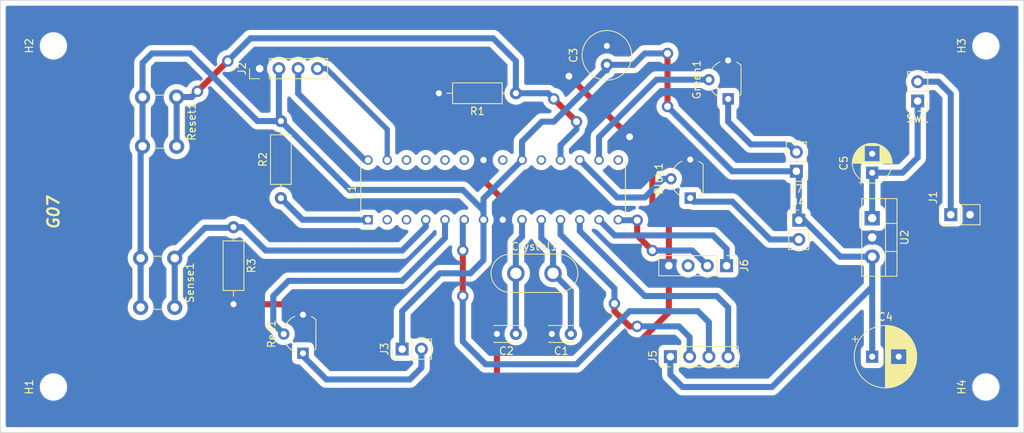
<source format=kicad_pcb>
(kicad_pcb (version 20211014) (generator pcbnew)
  (title_block (title "ColorVUE") (date "07/01/2023") (rev "20/02/2023") (company "Group 07"))
  (layers (0 "F.Cu" signal) (31 "B.Cu" signal) (34 "B.Paste" user) (35 "F.Paste" user) (36 "B.SilkS" user "B.Silkscreen") (37 "F.SilkS" user "F.Silkscreen") (38 "B.Mask" user) (39 "F.Mask" user) (44 "Edge.Cuts" user))
  (net 0 "")
  (net 1 "Net-(Blue1-Pad1)")
  (net 2 "D11")
  (net 3 "GND")
  (net 4 "Net-(C1-Pad1)")
  (net 5 "Net-(C2-Pad1)")
  (net 6 "VCC")
  (net 7 "Net-(C5-Pad1)")
  (net 8 "Net-(Green1-Pad1)")
  (net 9 "D10")
  (net 10 "Net-(J1-Pad1)")
  (net 11 "A5")
  (net 12 "A4")
  (net 13 "Net-(J3-Pad2)")
  (net 14 "D5")
  (net 15 "D4")
  (net 16 "D6")
  (net 17 "D7")
  (net 18 "D8")
  (net 20 "D12")
  (net 21 "Net-(R2-Pad1)")
  (net 22 "D2")
  (net 23 "D3")
  (footprint "Connector_PinHeader_2.54mm:PinHeader_1x02_P2.54mm_Vertical" (layer "F.Cu") (at 201.9 81.27 180)
    (fp_text reference "SW1" (at 0 -2.33) (layer "F.SilkS"))
    (fp_text value "SW_DPST_x2")
    (pad "1" thru_hole rect (at 0 0 180) (size 1.7 1.7) (drill 1) (layers *.Cu *.Mask) (net 7 "Net-(C5-Pad1)"))
    (pad "2" thru_hole oval (at 0 2.54 180) (size 1.7 1.7) (drill 1) (layers *.Cu *.Mask) (net 10 "Net-(J1-Pad1)"))
  )
  (footprint "Connector_PinHeader_2.54mm:PinHeader_1x02_P2.54mm_Vertical" (layer "F.Cu") (at 186.2175 97)
    (fp_text reference "J4" (at 0 -2.33) (layer "F.SilkS"))
    (fp_text value "Blue Vibrator")
    (pad "1" thru_hole rect (at 0 0) (size 1.7 1.7) (drill 1) (layers *.Cu *.Mask) (net 6 "VCC"))
    (pad "2" thru_hole oval (at 0 2.54) (size 1.7 1.7) (drill 1) (layers *.Cu *.Mask) (net 1 "Net-(Blue1-Pad1)"))
  )
  (footprint "MountingHole:MountingHole_2.2mm_M2" (layer "F.Cu") (at 87.9 74 90)
    (fp_text reference "H2" (at 0 -3.2 90) (layer "F.SilkS"))
    (fp_text value "MountingHole")
    (pad "" np_thru_hole circle (at 0 0 90) (size 2.2 2.2) (drill 2.2) (layers *.Cu *.Mask))
  )
  (footprint "Button_Switch_THT:SW_PUSH_6mm" (layer "F.Cu") (at 104.15 80.75 -90)
    (fp_text reference "Reset1" (at 3.25 -2 -270) (layer "F.SilkS"))
    (fp_text value "SW_Push")
    (pad "1" thru_hole circle (at 6.5 0) (size 2 2) (drill 1.1) (layers *.Cu *.Mask) (net 20 "D12"))
    (pad "1" thru_hole circle (at 0 0) (size 2 2) (drill 1.1) (layers *.Cu *.Mask) (net 20 "D12"))
    (pad "2" thru_hole circle (at 0 4.5) (size 2 2) (drill 1.1) (layers *.Cu *.Mask) (net 6 "VCC"))
    (pad "2" thru_hole circle (at 6.5 4.5) (size 2 2) (drill 1.1) (layers *.Cu *.Mask) (net 6 "VCC"))
  )
  (footprint "Connector_PinHeader_2.54mm:PinHeader_1x02_P2.54mm_Vertical" (layer "F.Cu") (at 206.265 96.27 90)
    (fp_text reference "J1" (at 2.27 -2.33 90) (layer "F.SilkS"))
    (fp_text value "Power In")
    (pad "1" thru_hole rect (at 0 0 90) (size 1.7 1.7) (drill 1) (layers *.Cu *.Mask) (net 10 "Net-(J1-Pad1)"))
    (pad "2" thru_hole oval (at 0 2.54 90) (size 1.7 1.7) (drill 1) (layers *.Cu *.Mask) (net 3 "GND"))
  )
  (footprint "MountingHole:MountingHole_2.2mm_M2" (layer "F.Cu") (at 210.9 74 90)
    (fp_text reference "H3" (at 0 -3.2 90) (layer "F.SilkS"))
    (fp_text value "MountingHole")
    (pad "" np_thru_hole circle (at 0 0 90) (size 2.2 2.2) (drill 2.2) (layers *.Cu *.Mask))
  )
  (footprint "Package_TO_SOT_THT:TO-92L_Wide" (layer "F.Cu") (at 120.82 114.55 90)
    (fp_text reference "Red1" (at 2.55 -4.15 90) (layer "F.SilkS"))
    (fp_text value "BC337")
    (pad "1" thru_hole rect (at 0 0 90) (size 1.5 1.5) (drill 0.8) (layers *.Cu *.Mask) (net 13 "Net-(J3-Pad2)"))
    (pad "2" thru_hole circle (at 2.54 -2.54 90) (size 1.5 1.5) (drill 0.8) (layers *.Cu *.Mask) (net 23 "D3"))
    (pad "3" thru_hole circle (at 5.08 0 90) (size 1.5 1.5) (drill 0.8) (layers *.Cu *.Mask) (net 3 "GND"))
  )
  (footprint "Connector_PinHeader_2.54mm:PinHeader_1x02_P2.54mm_Vertical" (layer "F.Cu") (at 185.9 90.54 180)
    (fp_text reference "J7" (at 0 -2.33) (layer "F.SilkS"))
    (fp_text value "Green Vibrator")
    (pad "1" thru_hole rect (at 0 0 180) (size 1.7 1.7) (drill 1) (layers *.Cu *.Mask) (net 6 "VCC"))
    (pad "2" thru_hole oval (at 0 2.54 180) (size 1.7 1.7) (drill 1) (layers *.Cu *.Mask) (net 8 "Net-(Green1-Pad1)"))
  )
  (footprint "Connector_PinHeader_2.54mm:PinHeader_1x04_P2.54mm_Vertical" (layer "F.Cu") (at 115.1 77 90)
    (fp_text reference "J2" (at 0 -2.33 90) (layer "F.SilkS"))
    (fp_text value "OLED")
    (pad "1" thru_hole rect (at 0 0 90) (size 1.7 1.7) (drill 1) (layers *.Cu *.Mask) (net 3 "GND"))
    (pad "2" thru_hole oval (at 0 2.54 90) (size 1.7 1.7) (drill 1) (layers *.Cu *.Mask) (net 6 "VCC"))
    (pad "3" thru_hole oval (at 0 5.08 90) (size 1.7 1.7) (drill 1) (layers *.Cu *.Mask) (net 11 "A5"))
    (pad "4" thru_hole oval (at 0 7.62 90) (size 1.7 1.7) (drill 1) (layers *.Cu *.Mask) (net 12 "A4"))
  )
  (footprint "Capacitor_THT:C_Disc_D3.0mm_W2.0mm_P2.50mm" (layer "F.Cu") (at 156.15 112 180)
    (fp_text reference "C1" (at 1.25 -2.25) (layer "F.SilkS"))
    (fp_text value "22pF")
    (pad "1" thru_hole circle (at 0 0 180) (size 1.6 1.6) (drill 0.8) (layers *.Cu *.Mask) (net 4 "Net-(C1-Pad1)"))
    (pad "2" thru_hole circle (at 2.5 0 180) (size 1.6 1.6) (drill 0.8) (layers *.Cu *.Mask) (net 3 "GND"))
  )
  (footprint "Button_Switch_THT:SW_PUSH_6mm" (layer "F.Cu") (at 103.9 102 -90)
    (fp_text reference "Sense1" (at 3.25 -2 -270) (layer "F.SilkS"))
    (fp_text value "SW_Push")
    (pad "1" thru_hole circle (at 0 0) (size 2 2) (drill 1.1) (layers *.Cu *.Mask) (net 22 "D2"))
    (pad "1" thru_hole circle (at 6.5 0) (size 2 2) (drill 1.1) (layers *.Cu *.Mask) (net 22 "D2"))
    (pad "2" thru_hole circle (at 0 4.5) (size 2 2) (drill 1.1) (layers *.Cu *.Mask) (net 6 "VCC"))
    (pad "2" thru_hole circle (at 6.5 4.5) (size 2 2) (drill 1.1) (layers *.Cu *.Mask) (net 6 "VCC"))
  )
  (footprint "Package_TO_SOT_THT:TO-92L_Wide" (layer "F.Cu") (at 176.9 81 90)
    (fp_text reference "Green1" (at 2.55 -4.15 90) (layer "F.SilkS"))
    (fp_text value "BC337")
    (pad "1" thru_hole rect (at 0 0 90) (size 1.5 1.5) (drill 0.8) (layers *.Cu *.Mask) (net 8 "Net-(Green1-Pad1)"))
    (pad "2" thru_hole circle (at 2.54 -2.54 90) (size 1.5 1.5) (drill 0.8) (layers *.Cu *.Mask) (net 9 "D10"))
    (pad "3" thru_hole circle (at 5.08 0 90) (size 1.5 1.5) (drill 0.8) (layers *.Cu *.Mask) (net 3 "GND"))
  )
  (footprint "Package_TO_SOT_THT:TO-92L_Wide" (layer "F.Cu") (at 171.9 94.08 90)
    (fp_text reference "Blue1" (at 2.55 -4.15 90) (layer "F.SilkS"))
    (fp_text value "BC337")
    (pad "1" thru_hole rect (at 0 0 90) (size 1.5 1.5) (drill 0.8) (layers *.Cu *.Mask) (net 1 "Net-(Blue1-Pad1)"))
    (pad "2" thru_hole circle (at 2.54 -2.54 90) (size 1.5 1.5) (drill 0.8) (layers *.Cu *.Mask) (net 2 "D11"))
    (pad "3" thru_hole circle (at 5.08 0 90) (size 1.5 1.5) (drill 0.8) (layers *.Cu *.Mask) (net 3 "GND"))
  )
  (footprint "Connector_PinHeader_2.54mm:PinHeader_1x02_P2.54mm_Vertical" (layer "F.Cu") (at 133.9 114 90)
    (fp_text reference "J3" (at 0 -2.33 90) (layer "F.SilkS"))
    (fp_text value "Red Vibrator")
    (pad "1" thru_hole rect (at 0 0 90) (size 1.7 1.7) (drill 1) (layers *.Cu *.Mask) (net 6 "VCC"))
    (pad "2" thru_hole oval (at 0 2.54 90) (size 1.7 1.7) (drill 1) (layers *.Cu *.Mask) (net 13 "Net-(J3-Pad2)"))
  )
  (footprint "Resistor_THT:R_Axial_DIN0207_L6.3mm_D2.5mm_P10.16mm_Horizontal" (layer "F.Cu") (at 148.9 80.25 180)
    (fp_text reference "R1" (at 5.08 -2.37) (layer "F.SilkS"))
    (fp_text value "1k")
    (pad "1" thru_hole circle (at 0 0 180) (size 1.6 1.6) (drill 0.8) (layers *.Cu *.Mask) (net 20 "D12"))
    (pad "2" thru_hole oval (at 10.16 0 180) (size 1.6 1.6) (drill 0.8) (layers *.Cu *.Mask) (net 3 "GND"))
  )
  (footprint "Connector_PinHeader_2.54mm:PinHeader_1x04_P2.54mm_Vertical" (layer "F.Cu") (at 176.7 103 -90)
    (fp_text reference "J6" (at 0 -2.33 -270) (layer "F.SilkS"))
    (fp_text value "TCS3200 Side 2")
    (pad "1" thru_hole rect (at 0 0 270) (size 1.7 1.7) (drill 1) (layers *.Cu *.Mask) (net 17 "D7"))
    (pad "2" thru_hole oval (at 0 2.54 270) (size 1.7 1.7) (drill 1) (layers *.Cu *.Mask) (net 18 "D8"))
    (pad "3" thru_hole oval (at 0 5.08 270) (size 1.7 1.7) (drill 1) (layers *.Cu *.Mask))
    (pad "4" thru_hole oval (at 0 7.62 270) (size 1.7 1.7) (drill 1) (layers *.Cu *.Mask) (net 3 "GND"))
  )
  (footprint "Connector_PinHeader_2.54mm:PinHeader_1x04_P2.54mm_Vertical" (layer "F.Cu") (at 169.28 115 90)
    (fp_text reference "J5" (at 0 -2.33 90) (layer "F.SilkS"))
    (fp_text value "TCS3200 Side 1")
    (pad "1" thru_hole rect (at 0 0 90) (size 1.7 1.7) (drill 1) (layers *.Cu *.Mask) (net 6 "VCC"))
    (pad "2" thru_hole oval (at 0 2.54 90) (size 1.7 1.7) (drill 1) (layers *.Cu *.Mask) (net 14 "D5"))
    (pad "3" thru_hole oval (at 0 5.08 90) (size 1.7 1.7) (drill 1) (layers *.Cu *.Mask) (net 15 "D4"))
    (pad "4" thru_hole oval (at 0 7.62 90) (size 1.7 1.7) (drill 1) (layers *.Cu *.Mask) (net 16 "D6"))
  )
  (footprint "Capacitor_THT:C_Disc_D3.0mm_W2.0mm_P2.50mm" (layer "F.Cu") (at 148.9 112 180)
    (fp_text reference "C2" (at 1.25 -2.25) (layer "F.SilkS"))
    (fp_text value "22pF")
    (pad "1" thru_hole circle (at 0 0 180) (size 1.6 1.6) (drill 0.8) (layers *.Cu *.Mask) (net 5 "Net-(C2-Pad1)"))
    (pad "2" thru_hole circle (at 2.5 0 180) (size 1.6 1.6) (drill 0.8) (layers *.Cu *.Mask) (net 3 "GND"))
  )
  (footprint "Capacitor_THT:CP_Radial_D8.0mm_P3.50mm" (layer "F.Cu") (at 195.9 115)
    (fp_text reference "C4" (at 1.75 -5.25) (layer "F.SilkS"))
    (fp_text value "0.1uF")
    (pad "1" thru_hole rect (at 0 0) (size 1.6 1.6) (drill 0.8) (layers *.Cu *.Mask) (net 6 "VCC"))
    (pad "2" thru_hole circle (at 3.5 0) (size 1.6 1.6) (drill 0.8) (layers *.Cu *.Mask) (net 3 "GND"))
  )
  (footprint "Package_TO_SOT_THT:TO-220-3_Vertical" (layer "F.Cu") (at 195.9 96.73 -90)
    (fp_text reference "U2" (at 2.54 -4.27 -270) (layer "F.SilkS"))
    (fp_text value "LM7805_TO220")
    (pad "1" thru_hole rect (at 0 0 270) (size 1.905 2) (drill 1.1) (layers *.Cu *.Mask) (net 7 "Net-(C5-Pad1)"))
    (pad "2" thru_hole oval (at 2.54 0 270) (size 1.905 2) (drill 1.1) (layers *.Cu *.Mask) (net 3 "GND"))
    (pad "3" thru_hole oval (at 5.08 0 270) (size 1.905 2) (drill 1.1) (layers *.Cu *.Mask) (net 6 "VCC"))
  )
  (footprint "Resistor_THT:R_Axial_DIN0207_L6.3mm_D2.5mm_P10.16mm_Horizontal" (layer "F.Cu") (at 111.65 97.92 -90)
    (fp_text reference "R3" (at 5.08 -2.37 -270) (layer "F.SilkS"))
    (fp_text value "1k")
    (pad "1" thru_hole circle (at 0 0 270) (size 1.6 1.6) (drill 0.8) (layers *.Cu *.Mask) (net 22 "D2"))
    (pad "2" thru_hole oval (at 10.16 0 270) (size 1.6 1.6) (drill 0.8) (layers *.Cu *.Mask) (net 3 "GND"))
  )
  (footprint "MountingHole:MountingHole_2.2mm_M2" (layer "F.Cu") (at 87.9 119 90)
    (fp_text reference "H1" (at 0 -3.2 90) (layer "F.SilkS"))
    (fp_text value "MountingHole")
    (pad "" np_thru_hole circle (at 0 0 90) (size 2.2 2.2) (drill 2.2) (layers *.Cu *.Mask))
  )
  (footprint "Capacitor_THT:CP_Radial_D5.0mm_P2.50mm" (layer "F.Cu") (at 195.9 90.73 90)
    (fp_text reference "C5" (at 1.25 -3.75 90) (layer "F.SilkS"))
    (fp_text value "0.22uF")
    (pad "1" thru_hole rect (at 0 0 90) (size 1.6 1.6) (drill 0.8) (layers *.Cu *.Mask) (net 7 "Net-(C5-Pad1)"))
    (pad "2" thru_hole circle (at 2.5 0 90) (size 1.6 1.6) (drill 0.8) (layers *.Cu *.Mask) (net 3 "GND"))
  )
  (footprint "Crystal:Crystal_HC50_Vertical" (layer "F.Cu") (at 148.9 104)
    (fp_text reference "Crystal1" (at 2.45 -3.525) (layer "F.SilkS"))
    (fp_text value "16MHz")
    (pad "1" thru_hole circle (at 0 0) (size 2.3 2.3) (drill 1.5) (layers *.Cu *.Mask) (net 5 "Net-(C2-Pad1)"))
    (pad "2" thru_hole circle (at 4.9 0) (size 2.3 2.3) (drill 1.5) (layers *.Cu *.Mask) (net 4 "Net-(C1-Pad1)"))
  )
  (footprint "ATMEGA328-PU:DIP787W46P254L3467H508Q28" (layer "F.Cu") (at 145.9 93 90)
    (fp_text reference "U1" (at -0.325 -18.635 90) (layer "F.SilkS"))
    (fp_text value "ATmega328P-PU")
    (pad "1" thru_hole rect locked (at -3.937 -16.51 90) (size 1.25 1.25) (drill 0.83) (layers *.Cu *.Mask) (net 21 "Net-(R2-Pad1)"))
    (pad "2" thru_hole circle locked (at -3.937 -13.97 90) (size 1.25 1.25) (drill 0.83) (layers *.Cu *.Mask))
    (pad "3" thru_hole circle locked (at -3.937 -11.43 90) (size 1.25 1.25) (drill 0.83) (layers *.Cu *.Mask))
    (pad "4" thru_hole circle locked (at -3.937 -8.89 90) (size 1.25 1.25) (drill 0.83) (layers *.Cu *.Mask) (net 22 "D2"))
    (pad "5" thru_hole circle locked (at -3.937 -6.35 90) (size 1.25 1.25) (drill 0.83) (layers *.Cu *.Mask) (net 23 "D3"))
    (pad "6" thru_hole circle locked (at -3.937 -3.81 90) (size 1.25 1.25) (drill 0.83) (layers *.Cu *.Mask) (net 15 "D4"))
    (pad "7" thru_hole circle locked (at -3.937 -1.27 90) (size 1.25 1.25) (drill 0.83) (layers *.Cu *.Mask) (net 6 "VCC"))
    (pad "8" thru_hole circle locked (at -3.937 1.27 90) (size 1.25 1.25) (drill 0.83) (layers *.Cu *.Mask) (net 3 "GND"))
    (pad "9" thru_hole circle locked (at -3.937 3.81 90) (size 1.25 1.25) (drill 0.83) (layers *.Cu *.Mask) (net 5 "Net-(C2-Pad1)"))
    (pad "10" thru_hole circle locked (at -3.937 6.35 90) (size 1.25 1.25) (drill 0.83) (layers *.Cu *.Mask) (net 4 "Net-(C1-Pad1)"))
    (pad "11" thru_hole circle locked (at -3.937 8.89 90) (size 1.25 1.25) (drill 0.83) (layers *.Cu *.Mask) (net 14 "D5"))
    (pad "12" thru_hole circle locked (at -3.937 11.43 90) (size 1.25 1.25) (drill 0.83) (layers *.Cu *.Mask) (net 16 "D6"))
    (pad "13" thru_hole circle locked (at -3.937 13.97 90) (size 1.25 1.25) (drill 0.83) (layers *.Cu *.Mask) (net 17 "D7"))
    (pad "14" thru_hole circle locked (at -3.937 16.51 90) (size 1.25 1.25) (drill 0.83) (layers *.Cu *.Mask) (net 18 "D8"))
    (pad "15" thru_hole circle locked (at 3.937 16.51 90) (size 1.25 1.25) (drill 0.83) (layers *.Cu *.Mask))
    (pad "16" thru_hole circle locked (at 3.937 13.97 90) (size 1.25 1.25) (drill 0.83) (layers *.Cu *.Mask) (net 9 "D10"))
    (pad "17" thru_hole circle locked (at 3.937 11.43 90) (size 1.25 1.25) (drill 0.83) (layers *.Cu *.Mask) (net 2 "D11"))
    (pad "18" thru_hole circle locked (at 3.937 8.89 90) (size 1.25 1.25) (drill 0.83) (layers *.Cu *.Mask) (net 20 "D12"))
    (pad "19" thru_hole circle locked (at 3.937 6.35 90) (size 1.25 1.25) (drill 0.83) (layers *.Cu *.Mask))
    (pad "20" thru_hole circle locked (at 3.937 3.81 90) (size 1.25 1.25) (drill 0.83) (layers *.Cu *.Mask) (net 6 "VCC"))
    (pad "21" thru_hole circle locked (at 3.937 1.27 90) (size 1.25 1.25) (drill 0.83) (layers *.Cu *.Mask))
    (pad "22" thru_hole circle locked (at 3.937 -1.27 90) (size 1.25 1.25) (drill 0.83) (layers *.Cu *.Mask) (net 3 "GND"))
    (pad "23" thru_hole circle locked (at 3.937 -3.81 90) (size 1.25 1.25) (drill 0.83) (layers *.Cu *.Mask))
    (pad "24" thru_hole circle locked (at 3.937 -6.35 90) (size 1.25 1.25) (drill 0.83) (layers *.Cu *.Mask))
    (pad "25" thru_hole circle locked (at 3.937 -8.89 90) (size 1.25 1.25) (drill 0.83) (layers *.Cu *.Mask))
    (pad "26" thru_hole circle locked (at 3.937 -11.43 90) (size 1.25 1.25) (drill 0.83) (layers *.Cu *.Mask))
    (pad "27" thru_hole circle locked (at 3.937 -13.97 90) (size 1.25 1.25) (drill 0.83) (layers *.Cu *.Mask) (net 12 "A4"))
    (pad "28" thru_hole circle locked (at 3.937 -16.51 90) (size 1.25 1.25) (drill 0.83) (layers *.Cu *.Mask) (net 11 "A5"))
  )
  (footprint "Capacitor_THT:C_Radial_D6.3mm_H5.0mm_P2.50mm" (layer "F.Cu") (at 160.9 76.5 90)
    (fp_text reference "C3" (at 1.25 -4.4 90) (layer "F.SilkS"))
    (fp_text value "10uF")
    (pad "1" thru_hole circle (at 0 0 90) (size 1.6 1.6) (drill 0.8) (layers *.Cu *.Mask) (net 6 "VCC"))
    (pad "2" thru_hole circle (at 2.5 0 90) (size 1.6 1.6) (drill 0.8) (layers *.Cu *.Mask) (net 3 "GND"))
  )
  (footprint "Resistor_THT:R_Axial_DIN0207_L6.3mm_D2.5mm_P10.16mm_Horizontal" (layer "F.Cu") (at 117.9 94.08 90)
    (fp_text reference "R2" (at 5.08 -2.37 90) (layer "F.SilkS"))
    (fp_text value "10k")
    (pad "1" thru_hole circle (at 0 0 90) (size 1.6 1.6) (drill 0.8) (layers *.Cu *.Mask) (net 21 "Net-(R2-Pad1)"))
    (pad "2" thru_hole oval (at 10.16 0 90) (size 1.6 1.6) (drill 0.8) (layers *.Cu *.Mask) (net 6 "VCC"))
  )
  (footprint "MountingHole:MountingHole_2.2mm_M2" (layer "F.Cu") (at 210.9 119 90)
    (fp_text reference "H4" (at 0 -3.2 90) (layer "F.SilkS"))
    (fp_text value "MountingHole")
    (pad "" np_thru_hole circle (at 0 0 90) (size 2.2 2.2) (drill 2.2) (layers *.Cu *.Mask))
  )
  (gr_line (start 215.9 68) (end 215.9 125) (layer "Edge.Cuts") (width 0.1))
  (gr_line (start 80.9 125) (end 80.9 68) (layer "Edge.Cuts") (width 0.1))
  (gr_line (start 80.9 68) (end 215.9 68) (layer "Edge.Cuts") (width 0.1))
  (gr_line (start 215.9 125) (end 80.9 125) (layer "Edge.Cuts") (width 0.1))
  (gr_text "G07" (at 87.9 96 90) (layer "F.SilkS") (effects (font (size 1.5 1.5) (thickness 0.3) italic)))
  (segment (start 182.44 99.54) (end 177.45 94.55) (width 0.8) (layer "B.Cu") (net 1))
  (segment (start 186.2175 99.54) (end 182.44 99.54) (width 0.8) (layer "B.Cu") (net 1))
  (segment (start 172.37 94.55) (end 171.9 94.08) (width 0.8) (layer "B.Cu") (net 1))
  (segment (start 177.45 94.55) (end 172.37 94.55) (width 0.8) (layer "B.Cu") (net 1))
  (segment (start 168.36 91.54) (end 165.9 94) (width 0.8) (layer "B.Cu") (net 2))
  (segment (start 162.267 94) (end 157.33 89.063) (width 0.8) (layer "B.Cu") (net 2))
  (segment (start 169.36 91.54) (end 168.36 91.54) (width 0.8) (layer "B.Cu") (net 2))
  (segment (start 165.9 94) (end 162.267 94) (width 0.8) (layer "B.Cu") (net 2))
  (segment (start 163.9 86) (end 155.9 78) (width 0.8) (layer "F.Cu") (net 3))
  (segment (start 169.08 103) (end 169.08 97.18) (width 0.8) (layer "F.Cu") (net 3))
  (segment (start 159.233453 119) (end 169.08 109.153453) (width 0.8) (layer "F.Cu") (net 3))
  (segment (start 146.4 117.5) (end 147.9 119) (width 0.8) (layer "F.Cu") (net 3))
  (segment (start 147.17 96.937) (end 147.17 94.27) (width 0.8) (layer "F.Cu") (net 3))
  (segment (start 166.9 90) (end 167.9 89) (width 0.8) (layer "F.Cu") (net 3))
  (segment (start 147.9 119) (end 159.233453 119) (width 0.8) (layer "F.Cu") (net 3))
  (segment (start 166.9 95) (end 166.9 90) (width 0.8) (layer "F.Cu") (net 3))
  (segment (start 119.43 108.08) (end 120.82 109.47) (width 0.8) (layer "F.Cu") (net 3))
  (segment (start 147.17 94.27) (end 144.9 92) (width 0.8) (layer "F.Cu") (net 3))
  (segment (start 111.65 108.08) (end 119.43 108.08) (width 0.8) (layer "F.Cu") (net 3))
  (segment (start 169.08 109.153453) (end 169.08 103) (width 0.8) (layer "F.Cu") (net 3))
  (segment (start 167.9 89) (end 171.9 89) (width 0.8) (layer "F.Cu") (net 3))
  (segment (start 146.4 112) (end 146.4 117.5) (width 0.8) (layer "F.Cu") (net 3))
  (segment (start 144.9 92) (end 144.9 89.333) (width 0.8) (layer "F.Cu") (net 3))
  (segment (start 144.9 89.333) (end 144.63 89.063) (width 0.8) (layer "F.Cu") (net 3))
  (segment (start 169.08 97.18) (end 166.9 95) (width 0.8) (layer "F.Cu") (net 3))
  (via (at 155.9 78) (size 1.5) (drill 0.9) (layers "F.Cu" "B.Cu") (net 3))
  (via (at 163.9 86) (size 1.5) (drill 0.9) (layers "F.Cu" "B.Cu") (net 3))
  (segment (start 168.9 86) (end 171.9 89) (width 0.8) (layer "B.Cu") (net 3))
  (segment (start 155.9 78) (end 155.9 75) (width 0.8) (layer "B.Cu") (net 3))
  (segment (start 156.9 74) (end 160.9 74) (width 0.8) (layer "B.Cu") (net 3))
  (segment (start 155.9 75) (end 156.9 74) (width 0.8) (layer "B.Cu") (net 3))
  (segment (start 163.9 86) (end 168.9 86) (width 0.8) (layer "B.Cu") (net 3))
  (segment (start 153.8 104) (end 153.8 100.9) (width 0.8) (layer "B.Cu") (net 4))
  (segment (start 156.15 106.35) (end 153.8 104) (width 0.8) (layer "B.Cu") (net 4))
  (segment (start 152.25 99.35) (end 152.25 96.937) (width 0.8) (layer "B.Cu") (net 4))
  (segment (start 153.8 100.9) (end 152.25 99.35) (width 0.8) (layer "B.Cu") (net 4))
  (segment (start 156.15 112) (end 156.15 106.35) (width 0.8) (layer "B.Cu") (net 4))
  (segment (start 148.9 104) (end 148.9 100) (width 0.8) (layer "B.Cu") (net 5))
  (segment (start 148.9 100) (end 149.71 99.19) (width 0.8) (layer "B.Cu") (net 5))
  (segment (start 148.9 112) (end 148.9 104) (width 0.8) (layer "B.Cu") (net 5))
  (segment (start 149.71 99.19) (end 149.71 96.937) (width 0.8) (layer "B.Cu") (net 5))
  (segment (start 168.9 75) (end 168.9 82) (width 0.8) (layer "F.Cu") (net 6))
  (via (at 168.9 75) (size 1.5) (drill 0.9) (layers "F.Cu" "B.Cu") (net 6))
  (via (at 168.9 82) (size 1.5) (drill 0.9) (layers "F.Cu" "B.Cu") (net 6))
  (segment (start 138.9 104) (end 142.9 104) (width 0.8) (layer "B.Cu") (net 6))
  (segment (start 177.44 90.54) (end 168.9 82) (width 0.8) (layer "B.Cu") (net 6))
  (segment (start 142.9 104) (end 144.63 102.27) (width 0.8) (layer "B.Cu") (net 6))
  (segment (start 99.65 87.25) (end 99.65 80.75) (width 0.8) (layer "B.Cu") (net 6))
  (segment (start 168.9 75) (end 165.9 75) (width 0.8) (layer "B.Cu") (net 6))
  (segment (start 153.9 84) (end 160.9 77) (width 0.8) (layer "B.Cu") (net 6))
  (segment (start 144.63 102.27) (end 144.63 96.937) (width 0.8) (layer "B.Cu") (net 6))
  (segment (start 126.98 93) (end 141.9 93) (width 0.8) (layer "B.Cu") (net 6))
  (segment (start 117.64 77) (end 117.64 83.66) (width 0.8) (layer "B.Cu") (net 6))
  (segment (start 185.9 90.54) (end 177.44 90.54) (width 0.8) (layer "B.Cu") (net 6))
  (segment (start 144.63 95.73) (end 144.63 96.937) (width 0.8) (layer "B.Cu") (net 6))
  (segment (start 191.71 101.81) (end 195.9 101.81) (width 0.8) (layer "B.Cu") (net 6))
  (segment (start 165.9 75) (end 164.4 76.5) (width 0.8) (layer "B.Cu") (net 6))
  (segment (start 149.71 86.6265) (end 152.3365 84) (width 0.8) (layer "B.Cu") (net 6))
  (segment (start 195.9 101.81) (end 195.9 104.382651) (width 0.8) (layer "B.Cu") (net 6))
  (segment (start 169.28 117.38) (end 169.28 115) (width 0.8) (layer "B.Cu") (net 6))
  (segment (start 149.71 89.063) (end 149.71 86.6265) (width 0.8) (layer "B.Cu") (net 6))
  (segment (start 186.2175 90.8575) (end 185.9 90.54) (width 0.8) (layer "B.Cu") (net 6))
  (segment (start 133.9 109) (end 138.9 104) (width 0.8) (layer "B.Cu") (net 6))
  (segment (start 160.9 77.25) (end 160.9 76.5) (width 0.8) (layer "B.Cu") (net 6))
  (segment (start 117.64 83.66) (end 117.9 83.92) (width 0.8) (layer "B.Cu") (net 6))
  (segment (start 186.2175 97) (end 186.2175 90.8575) (width 0.8) (layer "B.Cu") (net 6))
  (segment (start 117.9 83.92) (end 126.98 93) (width 0.8) (layer "B.Cu") (net 6))
  (segment (start 99.65 80.75) (end 99.65 76.25) (width 0.8) (layer "B.Cu") (net 6))
  (segment (start 170.9 119) (end 169.28 117.38) (width 0.8) (layer "B.Cu") (net 6))
  (segment (start 99.4 87.5) (end 99.65 87.25) (width 0.8) (layer "B.Cu") (net 6))
  (segment (start 105.9 75) (end 114.82 83.92) (width 0.8) (layer "B.Cu") (net 6))
  (segment (start 99.4 102) (end 99.4 87.5) (width 0.8) (layer "B.Cu") (net 6))
  (segment (start 133.9 114) (end 133.9 109) (width 0.8) (layer "B.Cu") (net 6))
  (segment (start 186.2175 97) (end 186.9 97) (width 0.8) (layer "B.Cu") (net 6))
  (segment (start 195.9 105.785) (end 195.9 115) (width 0.8) (layer "B.Cu") (net 6))
  (segment (start 195.9 105.785) (end 182.685 119) (width 0.8) (layer "B.Cu") (net 6))
  (segment (start 100.9 75) (end 105.9 75) (width 0.8) (layer "B.Cu") (net 6))
  (segment (start 99.65 76.25) (end 100.9 75) (width 0.8) (layer "B.Cu") (net 6))
  (segment (start 144.63 96.937) (end 144.63 94.143) (width 0.8) (layer "B.Cu") (net 6))
  (segment (start 164.4 76.5) (end 160.9 76.5) (width 0.8) (layer "B.Cu") (net 6))
  (segment (start 141.9 93) (end 144.63 95.73) (width 0.8) (layer "B.Cu") (net 6))
  (segment (start 114.82 83.92) (end 117.9 83.92) (width 0.8) (layer "B.Cu") (net 6))
  (segment (start 99.4 108.5) (end 99.4 102) (width 0.8) (layer "B.Cu") (net 6))
  (segment (start 152.3365 84) (end 153.9 84) (width 0.8) (layer "B.Cu") (net 6))
  (segment (start 182.685 119) (end 170.9 119) (width 0.8) (layer "B.Cu") (net 6))
  (segment (start 195.9 104.382651) (end 195.9 105.785) (width 0.8) (layer "B.Cu") (net 6))
  (segment (start 186.9 97) (end 191.71 101.81) (width 0.8) (layer "B.Cu") (net 6))
  (segment (start 144.63 94.143) (end 149.71 89.063) (width 0.8) (layer "B.Cu") (net 6))
  (segment (start 195.9 96.73) (end 195.9 90.73) (width 0.8) (layer "B.Cu") (net 7))
  (segment (start 195.9 90.73) (end 199.9 90.73) (width 0.8) (layer "B.Cu") (net 7))
  (segment (start 201.9 88.73) (end 201.9 81.27) (width 0.8) (layer "B.Cu") (net 7))
  (segment (start 199.9 90.73) (end 201.9 88.73) (width 0.8) (layer "B.Cu") (net 7))
  (segment (start 176.9 84) (end 176.9 81) (width 0.8) (layer "B.Cu") (net 8))
  (segment (start 179.9 87) (end 176.9 84) (width 0.8) (layer "B.Cu") (net 8))
  (segment (start 184.9 87) (end 179.9 87) (width 0.8) (layer "B.Cu") (net 8))
  (segment (start 185.9 88) (end 184.9 87) (width 0.8) (layer "B.Cu") (net 8))
  (segment (start 167.44 78.46) (end 159.87 86.03) (width 0.8) (layer "B.Cu") (net 9))
  (segment (start 159.87 86.03) (end 159.87 89.063) (width 0.8) (layer "B.Cu") (net 9))
  (segment (start 174.36 78.46) (end 167.44 78.46) (width 0.8) (layer "B.Cu") (net 9))
  (segment (start 201.9 78.73) (end 204.63 78.73) (width 0.8) (layer "B.Cu") (net 10))
  (segment (start 204.63 78.73) (end 206.265 80.365) (width 0.8) (layer "B.Cu") (net 10))
  (segment (start 206.265 80.365) (end 206.265 96.27) (width 0.8) (layer "B.Cu") (net 10))
  (segment (start 120.18 80.28) (end 120.18 77) (width 0.8) (layer "B.Cu") (net 11))
  (segment (start 129.39 89.063) (end 128.963 89.063) (width 0.8) (layer "B.Cu") (net 11))
  (segment (start 128.963 89.063) (end 120.18 80.28) (width 0.8) (layer "B.Cu") (net 11))
  (segment (start 122.72 77) (end 123.9 77) (width 0.7) (layer "B.Cu") (net 12))
  (segment (start 123.9 77) (end 131.93 85.03) (width 0.7) (layer "B.Cu") (net 12))
  (segment (start 131.93 85.03) (end 131.93 89.063) (width 0.7) (layer "B.Cu") (net 12))
  (segment (start 136.44 116.46) (end 136.44 114) (width 0.8) (layer "B.Cu") (net 13))
  (segment (start 120.82 114.55) (end 120.82 114.92) (width 0.8) (layer "B.Cu") (net 13))
  (segment (start 120.82 114.92) (end 123.9 118) (width 0.8) (layer "B.Cu") (net 13))
  (segment (start 134.9 118) (end 136.44 116.46) (width 0.8) (layer "B.Cu") (net 13))
  (segment (start 123.9 118) (end 134.9 118) (width 0.8) (layer "B.Cu") (net 13))
  (segment (start 164.9 111) (end 163.9 111) (width 0.8) (layer "F.Cu") (net 14))
  (segment (start 161.9 109) (end 161.9 108) (width 0.8) (layer "F.Cu") (net 14))
  (segment (start 163.9 111) (end 161.9 109) (width 0.8) (layer "F.Cu") (net 14))
  (via (at 161.9 108) (size 1.5) (drill 0.9) (layers "F.Cu" "B.Cu") (net 14))
  (via (at 164.9 111) (size 1.5) (drill 0.9) (layers "F.Cu" "B.Cu") (net 14))
  (segment (start 164.9 111) (end 170.4 111) (width 0.8) (layer "B.Cu") (net 14))
  (segment (start 171.82 112.42) (end 171.82 115) (width 0.8) (layer "B.Cu") (net 14))
  (segment (start 154.79 98.89) (end 154.79 96.937) (width 0.8) (layer "B.Cu") (net 14))
  (segment (start 161.9 108) (end 161.9 106) (width 0.8) (layer "B.Cu") (net 14))
  (segment (start 161.9 106) (end 154.79 98.89) (width 0.8) (layer "B.Cu") (net 14))
  (segment (start 170.4 111) (end 171.82 112.42) (width 0.8) (layer "B.Cu") (net 14))
  (segment (start 141.9 107) (end 141.9 101) (width 0.8) (layer "F.Cu") (net 15))
  (via (at 141.9 107) (size 1.5) (drill 0.9) (layers "F.Cu" "B.Cu") (net 15))
  (via (at 141.9 101) (size 1.5) (drill 0.9) (layers "F.Cu" "B.Cu") (net 15))
  (segment (start 156.9 116) (end 163.9 109) (width 0.8) (layer "B.Cu") (net 15))
  (segment (start 141.9 113) (end 144.9 116) (width 0.8) (layer "B.Cu") (net 15))
  (segment (start 141.9 97.127) (end 142.09 96.937) (width 0.8) (layer "B.Cu") (net 15))
  (segment (start 141.9 107) (end 141.9 113) (width 0.8) (layer "B.Cu") (net 15))
  (segment (start 163.9 109) (end 172.9 109) (width 0.8) (layer "B.Cu") (net 15))
  (segment (start 172.9 109) (end 174.36 110.46) (width 0.8) (layer "B.Cu") (net 15))
  (segment (start 141.9 101) (end 141.9 97.127) (width 0.8) (layer "B.Cu") (net 15))
  (segment (start 144.9 116) (end 156.9 116) (width 0.8) (layer "B.Cu") (net 15))
  (segment (start 174.36 110.46) (end 174.36 115) (width 0.8) (layer "B.Cu") (net 15))
  (segment (start 175.4 107) (end 165.9 107) (width 0.8) (layer "B.Cu") (net 16))
  (segment (start 176.9 115) (end 176.9 108.5) (width 0.8) (layer "B.Cu") (net 16))
  (segment (start 176.9 108.5) (end 175.4 107) (width 0.8) (layer "B.Cu") (net 16))
  (segment (start 165.9 107) (end 157.33 98.43) (width 0.8) (layer "B.Cu") (net 16))
  (segment (start 157.33 98.43) (end 157.33 96.937) (width 0.8) (layer "B.Cu") (net 16))
  (segment (start 174.9 99) (end 161.933 99) (width 0.8) (layer "B.Cu") (net 17))
  (segment (start 176.7 103) (end 176.7 100.8) (width 0.8) (layer "B.Cu") (net 17))
  (segment (start 161.933 99) (end 159.87 96.937) (width 0.8) (layer "B.Cu") (net 17))
  (segment (start 176.7 100.8) (end 174.9 99) (width 0.8) (layer "B.Cu") (net 17))
  (segment (start 164.9 99) (end 164.9 97) (width 0.8) (layer "F.Cu") (net 18))
  (segment (start 166.9 101) (end 164.9 99) (width 0.8) (layer "F.Cu") (net 18))
  (via (at 164.9 97) (size 1.5) (drill 0.9) (layers "F.Cu" "B.Cu") (net 18))
  (via (at 166.9 101) (size 1.5) (drill 0.9) (layers "F.Cu" "B.Cu") (net 18))
  (segment (start 162.473 97) (end 162.41 96.937) (width 0.8) (layer "B.Cu") (net 18))
  (segment (start 172.16 101) (end 174.16 103) (width 0.8) (layer "B.Cu") (net 18))
  (segment (start 164.9 97) (end 162.473 97) (width 0.8) (layer "B.Cu") (net 18))
  (segment (start 166.9 101) (end 172.16 101) (width 0.8) (layer "B.Cu") (net 18))
  (segment (start 153.9 81) (end 156.9 84) (width 0.8) (layer "F.Cu") (net 20))
  (segment (start 106.9 80) (end 110.9 76) (width 0.8) (layer "F.Cu") (net 20))
  (via (at 153.9 81) (size 1.5) (drill 0.9) (layers "F.Cu" "B.Cu") (net 20))
  (via (at 106.9 80) (size 1.5) (drill 0.9) (layers "F.Cu" "B.Cu") (net 20))
  (via (at 156.9 84) (size 1.5) (drill 0.9) (layers "F.Cu" "B.Cu") (net 20))
  (via (at 110.9 76) (size 1.5) (drill 0.9) (layers "F.Cu" "B.Cu") (net 20))
  (segment (start 154.79 87.11) (end 154.79 89.063) (width 0.8) (layer "B.Cu") (net 20))
  (segment (start 110.9 76) (end 113.9 73) (width 0.8) (layer "B.Cu") (net 20))
  (segment (start 156.9 84) (end 156.9 85) (width 0.8) (layer "B.Cu") (net 20))
  (segment (start 148.9 76) (end 148.9 80.25) (width 0.8) (layer "B.Cu") (net 20))
  (segment (start 148.9 80.25) (end 153.15 80.25) (width 0.8) (layer "B.Cu") (net 20))
  (segment (start 106.9 80) (end 106.15 80.75) (width 0.8) (layer "B.Cu") (net 20))
  (segment (start 106.15 80.75) (end 104.15 80.75) (width 0.8) (layer "B.Cu") (net 20))
  (segment (start 156.9 85) (end 154.79 87.11) (width 0.8) (layer "B.Cu") (net 20))
  (segment (start 153.15 80.25) (end 153.9 81) (width 0.8) (layer "B.Cu") (net 20))
  (segment (start 145.9 73) (end 148.9 76) (width 0.8) (layer "B.Cu") (net 20))
  (segment (start 104.15 87.25) (end 104.15 80.75) (width 0.8) (layer "B.Cu") (net 20))
  (segment (start 113.9 73) (end 145.9 73) (width 0.8) (layer "B.Cu") (net 20))
  (segment (start 120.757 96.937) (end 117.9 94.08) (width 0.8) (layer "B.Cu") (net 21))
  (segment (start 129.39 96.937) (end 120.757 96.937) (width 0.8) (layer "B.Cu") (net 21))
  (segment (start 115.9 101) (end 133.9 101) (width 0.8) (layer "B.Cu") (net 22))
  (segment (start 137.01 97.89) (end 137.01 96.937) (width 0.8) (layer "B.Cu") (net 22))
  (segment (start 103.9 108.5) (end 103.9 102) (width 0.8) (layer "B.Cu") (net 22))
  (segment (start 111.65 97.92) (end 112.82 97.92) (width 0.8) (layer "B.Cu") (net 22))
  (segment (start 112.82 97.92) (end 115.9 101) (width 0.8) (layer "B.Cu") (net 22))
  (segment (start 103.9 102) (end 107.9 98) (width 0.8) (layer "B.Cu") (net 22))
  (segment (start 111.57 98) (end 111.65 97.92) (width 0.8) (layer "B.Cu") (net 22))
  (segment (start 107.9 98) (end 111.57 98) (width 0.8) (layer "B.Cu") (net 22))
  (segment (start 133.9 101) (end 137.01 97.89) (width 0.8) (layer "B.Cu") (net 22))
  (segment (start 133.9 105) (end 139.55 99.35) (width 0.8) (layer "B.Cu") (net 23))
  (segment (start 118.28 112.01) (end 116.9 110.63) (width 0.8) (layer "B.Cu") (net 23))
  (segment (start 116.9 107) (end 118.9 105) (width 0.8) (layer "B.Cu") (net 23))
  (segment (start 139.55 99.35) (end 139.55 96.937) (width 0.8) (layer "B.Cu") (net 23))
  (segment (start 118.9 105) (end 133.9 105) (width 0.8) (layer "B.Cu") (net 23))
  (segment (start 116.9 110.63) (end 116.9 107) (width 0.8) (layer "B.Cu") (net 23))
  (zone (net 3) (net_name "GND") (layer "B.Cu") (connect_pads yes (clearance 0.7)) (min_thickness 0.5) (fill yes (thermal_gap 0.508) (thermal_bridge_width 0.508))
    (polygon (pts (xy 215.9 68) (xy 215.9 125) (xy 80.9 125) (xy 80.9 68)))
  )
)
</source>
